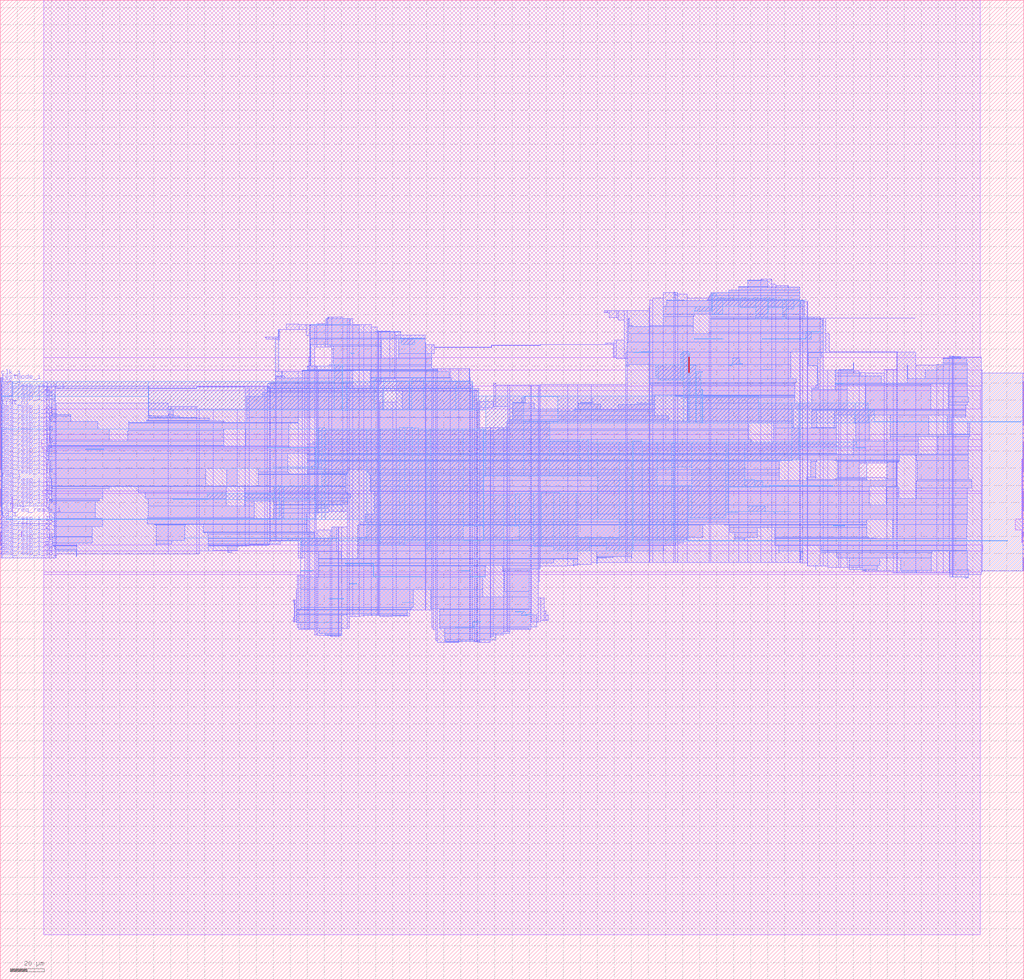
<source format=lef>
VERSION 5.8 ;
BUSBITCHARS "[]" ;
DIVIDERCHAR "/" ;
UNITS
    DATABASE MICRONS 1000 ;
END UNITS

MACRO dmi_jtag
  FOREIGN dmi_jtag 0 0 ;
  CLASS BLOCK ;
  SIZE 600 BY 574.56 ;
  PIN VDD
    USE POWER ;
    DIRECTION INOUT ;
  END VDD
  PIN VDDIO
    USE POWER ;
    DIRECTION INOUT ;
  END VDDIO
  PIN VSS
    USE GROUND ;
    DIRECTION INOUT ;
  END VSS
  PIN VSSIO
    USE GROUND ;
    DIRECTION INOUT ;
  END VSSIO
  PIN clk_i
    DIRECTION INPUT ;
    USE SIGNAL ;
    PORT
      LAYER Metal2 ;
        RECT  0 353.12 0.72 353.32 ;
    END
  END clk_i
  PIN dmi_req_o_0_
    DIRECTION OUTPUT ;
    USE SIGNAL ;
    PORT
      LAYER Metal2 ;
        RECT  599.28 242.24 600 242.44 ;
    END
  END dmi_req_o_0_
  PIN dmi_req_o_10_
    DIRECTION OUTPUT ;
    USE SIGNAL ;
    PORT
      LAYER Metal2 ;
        RECT  599.28 300.2 600 300.4 ;
    END
  END dmi_req_o_10_
  PIN dmi_req_o_11_
    DIRECTION OUTPUT ;
    USE SIGNAL ;
    PORT
      LAYER Metal2 ;
        RECT  599.28 297.68 600 297.88 ;
    END
  END dmi_req_o_11_
  PIN dmi_req_o_12_
    DIRECTION OUTPUT ;
    USE SIGNAL ;
    PORT
      LAYER Metal2 ;
        RECT  599.28 312.8 600 313 ;
    END
  END dmi_req_o_12_
  PIN dmi_req_o_13_
    DIRECTION OUTPUT ;
    USE SIGNAL ;
    PORT
      LAYER Metal2 ;
        RECT  599.28 355.64 600 355.84 ;
    END
  END dmi_req_o_13_
  PIN dmi_req_o_14_
    DIRECTION OUTPUT ;
    USE SIGNAL ;
    PORT
      LAYER Metal2 ;
        RECT  599.28 302.72 600 302.92 ;
    END
  END dmi_req_o_14_
  PIN dmi_req_o_15_
    DIRECTION OUTPUT ;
    USE SIGNAL ;
    PORT
      LAYER Metal2 ;
        RECT  599.28 290.12 600 290.32 ;
    END
  END dmi_req_o_15_
  PIN dmi_req_o_16_
    DIRECTION OUTPUT ;
    USE SIGNAL ;
    PORT
      LAYER Metal2 ;
        RECT  599.28 295.16 600 295.36 ;
    END
  END dmi_req_o_16_
  PIN dmi_req_o_17_
    DIRECTION OUTPUT ;
    USE SIGNAL ;
    PORT
      LAYER Metal2 ;
        RECT  599.28 345.56 600 345.76 ;
    END
  END dmi_req_o_17_
  PIN dmi_req_o_18_
    DIRECTION OUTPUT ;
    USE SIGNAL ;
    PORT
      LAYER Metal2 ;
        RECT  599.28 332.96 600 333.16 ;
    END
  END dmi_req_o_18_
  PIN dmi_req_o_19_
    DIRECTION OUTPUT ;
    USE SIGNAL ;
    PORT
      LAYER Metal2 ;
        RECT  599.28 282.56 600 282.76 ;
    END
  END dmi_req_o_19_
  PIN dmi_req_o_1_
    DIRECTION OUTPUT ;
    USE SIGNAL ;
    PORT
      LAYER Metal2 ;
        RECT  599.28 280.04 600 280.24 ;
    END
  END dmi_req_o_1_
  PIN dmi_req_o_20_
    DIRECTION OUTPUT ;
    USE SIGNAL ;
    PORT
      LAYER Metal2 ;
        RECT  599.28 277.52 600 277.72 ;
    END
  END dmi_req_o_20_
  PIN dmi_req_o_21_
    DIRECTION OUTPUT ;
    USE SIGNAL ;
    PORT
      LAYER Metal2 ;
        RECT  599.28 307.76 600 307.96 ;
    END
  END dmi_req_o_21_
  PIN dmi_req_o_22_
    DIRECTION OUTPUT ;
    USE SIGNAL ;
    PORT
      LAYER Metal2 ;
        RECT  599.28 335.48 600 335.68 ;
    END
  END dmi_req_o_22_
  PIN dmi_req_o_23_
    DIRECTION OUTPUT ;
    USE SIGNAL ;
    PORT
      LAYER Metal2 ;
        RECT  599.28 272.48 600 272.68 ;
    END
  END dmi_req_o_23_
  PIN dmi_req_o_24_
    DIRECTION OUTPUT ;
    USE SIGNAL ;
    PORT
      LAYER Metal2 ;
        RECT  599.28 269.96 600 270.16 ;
    END
  END dmi_req_o_24_
  PIN dmi_req_o_25_
    DIRECTION OUTPUT ;
    USE SIGNAL ;
    PORT
      LAYER Metal2 ;
        RECT  599.28 310.28 600 310.48 ;
    END
  END dmi_req_o_25_
  PIN dmi_req_o_26_
    DIRECTION OUTPUT ;
    USE SIGNAL ;
    PORT
      LAYER Metal2 ;
        RECT  599.28 267.44 600 267.64 ;
    END
  END dmi_req_o_26_
  PIN dmi_req_o_27_
    DIRECTION OUTPUT ;
    USE SIGNAL ;
    PORT
      LAYER Metal2 ;
        RECT  599.28 317.84 600 318.04 ;
    END
  END dmi_req_o_27_
  PIN dmi_req_o_28_
    DIRECTION OUTPUT ;
    USE SIGNAL ;
    PORT
      LAYER Metal2 ;
        RECT  599.28 338 600 338.2 ;
    END
  END dmi_req_o_28_
  PIN dmi_req_o_29_
    DIRECTION OUTPUT ;
    USE SIGNAL ;
    PORT
      LAYER Metal2 ;
        RECT  599.28 348.08 600 348.28 ;
    END
  END dmi_req_o_29_
  PIN dmi_req_o_2_
    DIRECTION OUTPUT ;
    USE SIGNAL ;
    PORT
      LAYER Metal2 ;
        RECT  599.28 285.08 600 285.28 ;
    END
  END dmi_req_o_2_
  PIN dmi_req_o_30_
    DIRECTION OUTPUT ;
    USE SIGNAL ;
    PORT
      LAYER Metal2 ;
        RECT  599.28 259.88 600 260.08 ;
    END
  END dmi_req_o_30_
  PIN dmi_req_o_31_
    DIRECTION OUTPUT ;
    USE SIGNAL ;
    PORT
      LAYER Metal2 ;
        RECT  599.28 275 600 275.2 ;
    END
  END dmi_req_o_31_
  PIN dmi_req_o_32_
    DIRECTION OUTPUT ;
    USE SIGNAL ;
    PORT
      LAYER Metal2 ;
        RECT  599.28 315.32 600 315.52 ;
    END
  END dmi_req_o_32_
  PIN dmi_req_o_33_
    DIRECTION OUTPUT ;
    USE SIGNAL ;
    PORT
      LAYER Metal2 ;
        RECT  599.28 353.12 600 353.32 ;
    END
  END dmi_req_o_33_
  PIN dmi_req_o_34_
    DIRECTION OUTPUT ;
    USE SIGNAL ;
    PORT
      LAYER Metal2 ;
        RECT  599.28 254.84 600 255.04 ;
    END
  END dmi_req_o_34_
  PIN dmi_req_o_35_
    DIRECTION OUTPUT ;
    USE SIGNAL ;
    PORT
      LAYER Metal2 ;
        RECT  599.28 264.92 600 265.12 ;
    END
  END dmi_req_o_35_
  PIN dmi_req_o_36_
    DIRECTION OUTPUT ;
    USE SIGNAL ;
    PORT
      LAYER Metal2 ;
        RECT  599.28 340.52 600 340.72 ;
    END
  END dmi_req_o_36_
  PIN dmi_req_o_37_
    DIRECTION OUTPUT ;
    USE SIGNAL ;
    PORT
      LAYER Metal2 ;
        RECT  599.28 292.64 600 292.84 ;
    END
  END dmi_req_o_37_
  PIN dmi_req_o_38_
    DIRECTION OUTPUT ;
    USE SIGNAL ;
    PORT
      LAYER Metal2 ;
        RECT  599.28 252.32 600 252.52 ;
    END
  END dmi_req_o_38_
  PIN dmi_req_o_39_
    DIRECTION OUTPUT ;
    USE SIGNAL ;
    PORT
      LAYER Metal2 ;
        RECT  599.28 320.36 600 320.56 ;
    END
  END dmi_req_o_39_
  PIN dmi_req_o_3_
    DIRECTION OUTPUT ;
    USE SIGNAL ;
    PORT
      LAYER Metal2 ;
        RECT  599.28 322.88 600 323.08 ;
    END
  END dmi_req_o_3_
  PIN dmi_req_o_40_
    DIRECTION OUTPUT ;
    USE SIGNAL ;
    PORT
      LAYER Metal2 ;
        RECT  599.28 325.4 600 325.6 ;
    END
  END dmi_req_o_40_
  PIN dmi_req_o_4_
    DIRECTION OUTPUT ;
    USE SIGNAL ;
    PORT
      LAYER Metal2 ;
        RECT  599.28 247.28 600 247.48 ;
    END
  END dmi_req_o_4_
  PIN dmi_req_o_5_
    DIRECTION OUTPUT ;
    USE SIGNAL ;
    PORT
      LAYER Metal2 ;
        RECT  599.28 262.4 600 262.6 ;
    END
  END dmi_req_o_5_
  PIN dmi_req_o_6_
    DIRECTION OUTPUT ;
    USE SIGNAL ;
    PORT
      LAYER Metal2 ;
        RECT  599.28 330.44 600 330.64 ;
    END
  END dmi_req_o_6_
  PIN dmi_req_o_7_
    DIRECTION OUTPUT ;
    USE SIGNAL ;
    PORT
      LAYER Metal2 ;
        RECT  599.28 350.6 600 350.8 ;
    END
  END dmi_req_o_7_
  PIN dmi_req_o_8_
    DIRECTION OUTPUT ;
    USE SIGNAL ;
    PORT
      LAYER Metal2 ;
        RECT  599.28 244.76 600 244.96 ;
    END
  END dmi_req_o_8_
  PIN dmi_req_o_9_
    DIRECTION OUTPUT ;
    USE SIGNAL ;
    PORT
      LAYER Metal2 ;
        RECT  599.28 305.24 600 305.44 ;
    END
  END dmi_req_o_9_
  PIN dmi_req_ready_i
    DIRECTION INPUT ;
    USE SIGNAL ;
    PORT
      LAYER Metal2 ;
        RECT  0 272.48 0.72 272.68 ;
    END
  END dmi_req_ready_i
  PIN dmi_req_valid_o
    DIRECTION OUTPUT ;
    USE SIGNAL ;
    PORT
      LAYER Metal2 ;
        RECT  599.28 343.04 600 343.24 ;
    END
  END dmi_req_valid_o
  PIN dmi_resp_i_0_
    DIRECTION INPUT ;
    USE SIGNAL ;
    PORT
      LAYER Metal2 ;
        RECT  0 302.72 0.72 302.92 ;
    END
  END dmi_resp_i_0_
  PIN dmi_resp_i_10_
    DIRECTION INPUT ;
    USE SIGNAL ;
    PORT
      LAYER Metal2 ;
        RECT  0 257.36 0.72 257.56 ;
    END
  END dmi_resp_i_10_
  PIN dmi_resp_i_11_
    DIRECTION INPUT ;
    USE SIGNAL ;
    PORT
      LAYER Metal2 ;
        RECT  0 287.6 0.72 287.8 ;
    END
  END dmi_resp_i_11_
  PIN dmi_resp_i_12_
    DIRECTION INPUT ;
    USE SIGNAL ;
    PORT
      LAYER Metal2 ;
        RECT  0 307.76 0.72 307.96 ;
    END
  END dmi_resp_i_12_
  PIN dmi_resp_i_13_
    DIRECTION INPUT ;
    USE SIGNAL ;
    PORT
      LAYER Metal2 ;
        RECT  0 247.28 0.72 247.48 ;
    END
  END dmi_resp_i_13_
  PIN dmi_resp_i_14_
    DIRECTION INPUT ;
    USE SIGNAL ;
    PORT
      LAYER Metal2 ;
        RECT  0 295.16 0.72 295.36 ;
    END
  END dmi_resp_i_14_
  PIN dmi_resp_i_15_
    DIRECTION INPUT ;
    USE SIGNAL ;
    PORT
      LAYER Metal2 ;
        RECT  0 312.8 0.72 313 ;
    END
  END dmi_resp_i_15_
  PIN dmi_resp_i_16_
    DIRECTION INPUT ;
    USE SIGNAL ;
    PORT
      LAYER Metal2 ;
        RECT  0 315.32 0.72 315.52 ;
    END
  END dmi_resp_i_16_
  PIN dmi_resp_i_17_
    DIRECTION INPUT ;
    USE SIGNAL ;
    PORT
      LAYER Metal2 ;
        RECT  0 317.84 0.72 318.04 ;
    END
  END dmi_resp_i_17_
  PIN dmi_resp_i_18_
    DIRECTION INPUT ;
    USE SIGNAL ;
    PORT
      LAYER Metal2 ;
        RECT  0 267.44 0.72 267.64 ;
    END
  END dmi_resp_i_18_
  PIN dmi_resp_i_19_
    DIRECTION INPUT ;
    USE SIGNAL ;
    PORT
      LAYER Metal2 ;
        RECT  0 277.52 0.72 277.72 ;
    END
  END dmi_resp_i_19_
  PIN dmi_resp_i_1_
    DIRECTION INPUT ;
    USE SIGNAL ;
    PORT
      LAYER Metal2 ;
        RECT  0 297.68 0.72 297.88 ;
    END
  END dmi_resp_i_1_
  PIN dmi_resp_i_20_
    DIRECTION INPUT ;
    USE SIGNAL ;
    PORT
      LAYER Metal2 ;
        RECT  0 325.4 0.72 325.6 ;
    END
  END dmi_resp_i_20_
  PIN dmi_resp_i_21_
    DIRECTION INPUT ;
    USE SIGNAL ;
    PORT
      LAYER Metal2 ;
        RECT  0 290.12 0.72 290.32 ;
    END
  END dmi_resp_i_21_
  PIN dmi_resp_i_22_
    DIRECTION INPUT ;
    USE SIGNAL ;
    PORT
      LAYER Metal2 ;
        RECT  0 264.92 0.72 265.12 ;
    END
  END dmi_resp_i_22_
  PIN dmi_resp_i_23_
    DIRECTION INPUT ;
    USE SIGNAL ;
    PORT
      LAYER Metal2 ;
        RECT  0 330.44 0.72 330.64 ;
    END
  END dmi_resp_i_23_
  PIN dmi_resp_i_24_
    DIRECTION INPUT ;
    USE SIGNAL ;
    PORT
      LAYER Metal2 ;
        RECT  0 332.96 0.72 333.16 ;
    END
  END dmi_resp_i_24_
  PIN dmi_resp_i_25_
    DIRECTION INPUT ;
    USE SIGNAL ;
    PORT
      LAYER Metal2 ;
        RECT  0 254.84 0.72 255.04 ;
    END
  END dmi_resp_i_25_
  PIN dmi_resp_i_26_
    DIRECTION INPUT ;
    USE SIGNAL ;
    PORT
      LAYER Metal2 ;
        RECT  0 320.36 0.72 320.56 ;
    END
  END dmi_resp_i_26_
  PIN dmi_resp_i_27_
    DIRECTION INPUT ;
    USE SIGNAL ;
    PORT
      LAYER Metal2 ;
        RECT  0 338 0.72 338.2 ;
    END
  END dmi_resp_i_27_
  PIN dmi_resp_i_28_
    DIRECTION INPUT ;
    USE SIGNAL ;
    PORT
      LAYER Metal2 ;
        RECT  0 327.92 0.72 328.12 ;
    END
  END dmi_resp_i_28_
  PIN dmi_resp_i_29_
    DIRECTION INPUT ;
    USE SIGNAL ;
    PORT
      LAYER Metal2 ;
        RECT  0 285.08 0.72 285.28 ;
    END
  END dmi_resp_i_29_
  PIN dmi_resp_i_2_
    DIRECTION INPUT ;
    USE SIGNAL ;
    PORT
      LAYER Metal2 ;
        RECT  0 262.4 0.72 262.6 ;
    END
  END dmi_resp_i_2_
  PIN dmi_resp_i_30_
    DIRECTION INPUT ;
    USE SIGNAL ;
    PORT
      LAYER Metal2 ;
        RECT  0 249.8 0.72 250 ;
    END
  END dmi_resp_i_30_
  PIN dmi_resp_i_31_
    DIRECTION INPUT ;
    USE SIGNAL ;
    PORT
      LAYER Metal2 ;
        RECT  0 310.28 0.72 310.48 ;
    END
  END dmi_resp_i_31_
  PIN dmi_resp_i_32_
    DIRECTION INPUT ;
    USE SIGNAL ;
    PORT
      LAYER Metal2 ;
        RECT  0 282.56 0.72 282.76 ;
    END
  END dmi_resp_i_32_
  PIN dmi_resp_i_33_
    DIRECTION INPUT ;
    USE SIGNAL ;
    PORT
      LAYER Metal2 ;
        RECT  0 340.52 0.72 340.72 ;
    END
  END dmi_resp_i_33_
  PIN dmi_resp_i_3_
    DIRECTION INPUT ;
    USE SIGNAL ;
    PORT
      LAYER Metal2 ;
        RECT  0 300.2 0.72 300.4 ;
    END
  END dmi_resp_i_3_
  PIN dmi_resp_i_4_
    DIRECTION INPUT ;
    USE SIGNAL ;
    PORT
      LAYER Metal2 ;
        RECT  0 343.04 0.72 343.24 ;
    END
  END dmi_resp_i_4_
  PIN dmi_resp_i_5_
    DIRECTION INPUT ;
    USE SIGNAL ;
    PORT
      LAYER Metal2 ;
        RECT  0 280.04 0.72 280.24 ;
    END
  END dmi_resp_i_5_
  PIN dmi_resp_i_6_
    DIRECTION INPUT ;
    USE SIGNAL ;
    PORT
      LAYER Metal2 ;
        RECT  0 322.88 0.72 323.08 ;
    END
  END dmi_resp_i_6_
  PIN dmi_resp_i_7_
    DIRECTION INPUT ;
    USE SIGNAL ;
    PORT
      LAYER Metal2 ;
        RECT  0 259.88 0.72 260.08 ;
    END
  END dmi_resp_i_7_
  PIN dmi_resp_i_8_
    DIRECTION INPUT ;
    USE SIGNAL ;
    PORT
      LAYER Metal2 ;
        RECT  0 305.24 0.72 305.44 ;
    END
  END dmi_resp_i_8_
  PIN dmi_resp_i_9_
    DIRECTION INPUT ;
    USE SIGNAL ;
    PORT
      LAYER Metal2 ;
        RECT  0 252.32 0.72 252.52 ;
    END
  END dmi_resp_i_9_
  PIN dmi_resp_ready_o
    DIRECTION OUTPUT ;
    USE SIGNAL ;
    PORT
      LAYER Metal2 ;
        RECT  599.28 257.36 600 257.56 ;
    END
  END dmi_resp_ready_o
  PIN dmi_resp_valid_i
    DIRECTION INPUT ;
    USE SIGNAL ;
    PORT
      LAYER Metal2 ;
        RECT  0 345.56 0.72 345.76 ;
    END
  END dmi_resp_valid_i
  PIN dmi_rst_no
    DIRECTION OUTPUT ;
    USE SIGNAL ;
    PORT
      LAYER Metal2 ;
        RECT  599.28 287.6 600 287.8 ;
    END
  END dmi_rst_no
  PIN rst_ni
    DIRECTION INPUT ;
    USE SIGNAL ;
    PORT
      LAYER Metal2 ;
        RECT  0 275 0.72 275.2 ;
    END
  END rst_ni
  PIN tck_i
    DIRECTION INPUT ;
    USE SIGNAL ;
    PORT
      LAYER Metal2 ;
        RECT  0 348.08 0.72 348.28 ;
    END
  END tck_i
  PIN td_i
    DIRECTION INPUT ;
    USE SIGNAL ;
    PORT
      LAYER Metal2 ;
        RECT  0 269.96 0.72 270.16 ;
    END
  END td_i
  PIN td_o
    DIRECTION OUTPUT ;
    USE SIGNAL ;
    PORT
      LAYER Metal2 ;
        RECT  599.28 249.8 600 250 ;
    END
  END td_o
  PIN tdo_oe_o
    DIRECTION OUTPUT ;
    USE SIGNAL ;
    PORT
      LAYER Metal2 ;
        RECT  599.28 327.92 600 328.12 ;
    END
  END tdo_oe_o
  PIN testmode_i
    DIRECTION INPUT ;
    USE SIGNAL ;
    PORT
      LAYER Metal2 ;
        RECT  0 350.6 0.72 350.8 ;
    END
  END testmode_i
  PIN tms_i
    DIRECTION INPUT ;
    USE SIGNAL ;
    PORT
      LAYER Metal2 ;
        RECT  0 292.64 0.72 292.84 ;
    END
  END tms_i
  PIN trst_ni
    DIRECTION INPUT ;
    USE SIGNAL ;
    PORT
      LAYER Metal2 ;
        RECT  0 335.48 0.72 335.68 ;
    END
  END trst_ni
  OBS
    LAYER Metal1 ;
     RECT  25.44 26.24 574.56 237.64 ;
     RECT  25.44 237.64 575.12 239.32 ;
     RECT  25.44 239.32 575.6 251.5 ;
     RECT  25.44 251.5 576.08 255.02 ;
     RECT  12.4 259.9 12.56 262.58 ;
     RECT  598.96 256.12 599.12 263.68 ;
     RECT  595.12 263.68 599.12 270.14 ;
     RECT  7.12 275.02 7.28 283.16 ;
     RECT  25.44 255.02 575.6 285.1 ;
     RECT  24.88 285.1 575.6 286.52 ;
     RECT  598.96 270.14 599.12 305.42 ;
     RECT  25.44 286.52 575.6 310.72 ;
     RECT  24.88 310.72 575.6 312.82 ;
     RECT  23.92 312.82 575.6 316.76 ;
     RECT  25.44 316.76 575.6 319.7 ;
     RECT  25.44 319.7 575.12 334.82 ;
     RECT  25.44 334.82 574.56 345.58 ;
     RECT  25.44 345.58 575.12 348.1 ;
     RECT  25.44 348.1 575.6 357.5 ;
     RECT  25.44 357.5 575.12 365.06 ;
     RECT  25.44 365.06 574.56 574.78 ;
    LAYER Metal2 ;
     RECT  0.38 255.26 0.48 262.18 ;
     RECT  0.38 277.94 0.48 287.38 ;
     RECT  0.38 298.94 0.48 330.22 ;
     RECT  0.38 345.98 0.48 352.9 ;
     RECT  0.48 247.28 1.06 353.32 ;
     RECT  1.06 247.28 7.3 350.8 ;
     RECT  7.3 277.94 27.26 348.28 ;
     RECT  7.3 247.28 28.7 267.64 ;
     RECT  27.26 277.1 28.7 348.28 ;
     RECT  28.7 247.28 32.26 348.28 ;
     RECT  32.26 247.28 32.74 338.2 ;
     RECT  32.26 346.82 86.98 348.28 ;
     RECT  32.74 249.8 98.5 338.2 ;
     RECT  86.98 346.82 115.1 347.02 ;
     RECT  98.5 249.8 115.3 336.1 ;
     RECT  115.1 346.82 115.3 347.86 ;
     RECT  115.3 249.8 116.74 334.84 ;
     RECT  116.74 251.48 124.9 334.84 ;
     RECT  124.9 251.9 138.82 334.84 ;
     RECT  138.82 254.42 143.675 334.84 ;
     RECT  115.3 347.66 143.675 347.86 ;
     RECT  143.675 254.42 146.02 347.86 ;
     RECT  146.02 255.26 154.94 347.86 ;
     RECT  155.305 376.625 155.8 376.855 ;
     RECT  154.94 254.84 156.46 347.86 ;
     RECT  156.46 255.26 158.02 347.86 ;
     RECT  158.02 257.78 158.3 347.86 ;
     RECT  158.3 257.78 161.1 350.38 ;
     RECT  161.1 257.78 161.875 352.9 ;
     RECT  155.8 375.79 163.1 376.855 ;
     RECT  163.1 375.38 163.78 381.46 ;
     RECT  161.875 257.78 165.02 353.74 ;
     RECT  163.78 381.26 167.785 381.46 ;
     RECT  171.74 209.9 172.22 212.62 ;
     RECT  171.74 221.24 172.22 222.7 ;
     RECT  172.22 209.9 172.64 222.7 ;
     RECT  172.64 209.865 173.66 222.7 ;
     RECT  173.66 209.48 174.14 228.58 ;
     RECT  165.02 257.78 174.62 356.68 ;
     RECT  174.14 206.54 175.04 236.98 ;
     RECT  167.785 381.26 175.235 384.415 ;
     RECT  174.62 247.28 176.94 356.68 ;
     RECT  175.04 205.53 178.46 236.98 ;
     RECT  176.94 247.28 178.46 357.52 ;
     RECT  175.235 381.26 179.42 384.4 ;
     RECT  178.46 205.53 179.9 357.52 ;
     RECT  179.9 205.53 180.86 360.04 ;
     RECT  180.86 205.53 181.34 365.08 ;
     RECT  179.42 377.9 181.34 384.4 ;
     RECT  181.34 205.53 184.22 384.4 ;
     RECT  184.22 202.34 184.42 384.4 ;
     RECT  184.42 202.34 185.12 360.04 ;
     RECT  185.12 202.305 185.38 360.04 ;
     RECT  184.42 371.18 185.66 384.4 ;
     RECT  185.38 273.74 185.86 360.04 ;
     RECT  185.38 202.305 186.14 263.86 ;
     RECT  185.86 273.74 186.34 357.94 ;
     RECT  185.66 371.18 190.885 384.82 ;
     RECT  190.885 371.18 191.9 387.76 ;
     RECT  186.34 274.16 192.58 357.94 ;
     RECT  186.14 201.92 193.34 263.86 ;
     RECT  193.34 201.5 194.3 263.86 ;
     RECT  192.58 274.58 194.3 357.94 ;
     RECT  191.9 371.18 194.3 388.6 ;
     RECT  194.3 201.5 198.14 265.54 ;
     RECT  198.14 201.08 198.34 265.54 ;
     RECT  198.34 201.92 200.26 265.54 ;
     RECT  194.3 274.58 200.74 388.6 ;
     RECT  200.26 206.12 203.42 265.54 ;
     RECT  200.74 274.58 203.42 387.76 ;
     RECT  203.42 206.12 204.58 387.76 ;
     RECT  204.58 213.09 206.605 387.76 ;
     RECT  206.605 213.09 210.325 384.15 ;
     RECT  210.325 213.26 213.22 384.15 ;
     RECT  213.22 213.68 217.525 384.15 ;
     RECT  217.525 213.68 220.9 382.72 ;
     RECT  220.9 213.68 221.61 380.62 ;
     RECT  221.61 213.68 221.86 380.54 ;
     RECT  221.86 213.68 222.56 338.79 ;
     RECT  221.86 349.34 223.05 380.54 ;
     RECT  223.05 352.28 228.4 380.54 ;
     RECT  222.56 213.09 230.005 338.79 ;
     RECT  228.4 352.28 231.21 380.045 ;
     RECT  230.005 213.26 232.22 338.79 ;
     RECT  231.21 352.28 232.22 378.1 ;
     RECT  232.22 213.26 240.1 378.1 ;
     RECT  240.1 217.04 249.22 378.1 ;
     RECT  249.22 217.04 249.34 373.48 ;
     RECT  249.34 217.04 252.86 372.64 ;
     RECT  252.86 206.54 253.06 372.64 ;
     RECT  253.06 206.54 253.76 358.36 ;
     RECT  253.06 367.4 254.5 372.64 ;
     RECT  253.76 205.53 255.26 358.36 ;
     RECT  255.26 198.98 256.16 358.36 ;
     RECT  256.16 197.97 263.9 358.36 ;
     RECT  263.9 197.72 268.9 358.36 ;
     RECT  268.9 198.56 275.14 358.36 ;
     RECT  275.14 198.56 275.62 353.32 ;
     RECT  275.62 198.56 276.58 349.12 ;
     RECT  276.58 198.56 278.06 345.76 ;
     RECT  278.06 198.14 279.46 345.76 ;
     RECT  279.46 198.14 279.68 339.04 ;
     RECT  279.68 197.97 281.13 339.04 ;
     RECT  281.13 197.97 287.125 323.92 ;
     RECT  287.125 201.08 287.62 323.92 ;
     RECT  254.5 370.76 287.9 370.96 ;
     RECT  287.9 370.76 288.1 372.22 ;
     RECT  287.62 201.5 289.06 323.92 ;
     RECT  281.13 335.48 289.06 339.04 ;
     RECT  289.06 336.32 289.34 339.04 ;
     RECT  288.86 348.5 289.34 348.7 ;
     RECT  289.34 336.32 290.5 349.96 ;
     RECT  289.06 202.34 295.285 323.92 ;
     RECT  295.285 204.44 296.94 323.92 ;
     RECT  296.94 204.44 297.5 327.7 ;
     RECT  290.5 336.32 297.5 348.7 ;
     RECT  297.5 204.44 298.66 348.7 ;
     RECT  298.66 205.53 311.125 348.7 ;
     RECT  311.125 209.48 311.14 348.7 ;
     RECT  311.14 209.9 315.445 348.7 ;
     RECT  315.445 233.42 315.94 348.7 ;
     RECT  315.94 240.98 316.42 348.7 ;
     RECT  316.42 242.66 316.7 348.7 ;
     RECT  288.1 372.02 316.7 372.22 ;
     RECT  315.445 209.9 316.885 223.96 ;
     RECT  316.7 372.02 316.9 372.64 ;
     RECT  316.885 210.74 318.82 223.96 ;
     RECT  318.82 210.74 319.78 216.4 ;
     RECT  319.78 210.74 321.22 213.88 ;
     RECT  316.7 242.66 332.74 349.12 ;
     RECT  332.74 243.08 338.5 349.12 ;
     RECT  338.5 243.5 346.41 349.12 ;
     RECT  316.9 372.44 354.62 372.64 ;
     RECT  354.14 391.34 355.04 392.38 ;
     RECT  355.04 391.305 356.06 392.38 ;
     RECT  356.06 390.92 357.02 392.38 ;
     RECT  354.62 372.44 359.42 373.48 ;
     RECT  359.42 365.3 359.9 373.48 ;
     RECT  359.9 365.3 361.075 375.16 ;
     RECT  357.02 388.4 361.34 392.38 ;
     RECT  361.34 387.98 362.24 392.38 ;
     RECT  361.075 364.46 365.66 375.16 ;
     RECT  362.24 386.97 365.66 392.38 ;
     RECT  346.41 244.76 366.62 349.12 ;
     RECT  366.62 244.76 367.58 352.9 ;
     RECT  365.66 364.46 367.58 392.38 ;
     RECT  367.58 244.76 380.54 392.38 ;
     RECT  380.54 244.76 380.795 394.9 ;
     RECT  380.795 244.76 382.46 398.68 ;
     RECT  382.46 244.76 388.7 399.94 ;
     RECT  388.7 244.76 394.885 402.88 ;
     RECT  394.885 244.76 395.62 403.3 ;
     RECT  395.62 244.76 397.06 402.88 ;
     RECT  397.06 244.76 402.82 402.04 ;
     RECT  402.82 244.76 415.58 399.94 ;
     RECT  415.58 244.76 416.54 401.2 ;
     RECT  416.54 244.76 427.1 402.88 ;
     RECT  427.1 244.76 432.86 404.56 ;
     RECT  432.86 244.76 438.14 406.66 ;
     RECT  438.14 244.76 445.82 410.44 ;
     RECT  445.82 244.76 452.26 410.86 ;
     RECT  452.26 244.76 454.66 407.92 ;
     RECT  454.66 244.76 461.86 407.08 ;
     RECT  461.86 244.76 468.58 406.24 ;
     RECT  468.58 244.76 468.86 398.68 ;
     RECT  468.86 244.34 470.5 398.68 ;
     RECT  470.5 244.34 473.18 397.84 ;
     RECT  473.18 242.66 473.38 397.84 ;
     RECT  473.38 242.66 480.58 388.6 ;
     RECT  480.58 242.66 482.5 388.18 ;
     RECT  482.5 367.82 483.94 388.18 ;
     RECT  482.5 242.66 485.18 357.52 ;
     RECT  483.94 367.82 485.86 378.94 ;
     RECT  485.18 241.82 491.42 357.52 ;
     RECT  491.42 241.82 492.58 357.94 ;
     RECT  492.58 241.82 496.45 357.135 ;
     RECT  496.45 241.82 503.605 357.1 ;
     RECT  503.605 241.82 503.62 356.26 ;
     RECT  503.62 241.82 505.34 294.52 ;
     RECT  503.62 303.14 506.98 356.26 ;
     RECT  506.98 303.14 518.3 355.84 ;
     RECT  505.34 239.72 519.66 294.52 ;
     RECT  518.3 303.14 519.66 357.94 ;
     RECT  519.66 239.72 523.58 357.94 ;
     RECT  523.58 238.46 525.5 357.94 ;
     RECT  485.86 367.82 525.5 368.44 ;
     RECT  525.5 238.46 525.7 368.44 ;
     RECT  483.94 387.98 536.26 388.18 ;
     RECT  525.7 238.46 536.74 368.02 ;
     RECT  536.74 238.46 549.02 360.46 ;
     RECT  549.02 238.46 552.86 360.88 ;
     RECT  552.86 238.46 556.22 364.66 ;
     RECT  556.22 238.46 558.14 365.92 ;
     RECT  558.14 236.36 558.34 365.92 ;
     RECT  558.34 237.62 558.82 365.92 ;
     RECT  558.82 237.62 575.14 365.08 ;
     RECT  575.14 239.3 575.62 357.52 ;
     RECT  575.62 239.72 599.52 355.84 ;
     RECT  599.52 239.72 599.62 247.06 ;
     RECT  599.52 260.3 599.62 262.18 ;
     RECT  599.52 275.42 599.62 286.54 ;
     RECT  599.52 298.1 599.62 315.1 ;
     RECT  599.52 325.82 599.62 350.38 ;
    LAYER Metal3 ;
     RECT  261.5 198.14 269.38 198.56 ;
     RECT  280.7 198.14 280.9 198.56 ;
     RECT  260.54 198.56 280.9 199.4 ;
     RECT  193.34 201.5 193.54 201.92 ;
     RECT  191.42 201.92 200.26 202.34 ;
     RECT  190.46 202.34 200.26 203.18 ;
     RECT  260.54 199.4 290.5 203.18 ;
     RECT  187.1 203.18 200.26 206.12 ;
     RECT  260.54 203.18 298.66 206.12 ;
     RECT  309.5 205.7 309.7 206.12 ;
     RECT  257.66 206.12 309.7 206.96 ;
     RECT  176.06 206.12 200.26 209.48 ;
     RECT  213.02 213.26 213.22 213.68 ;
     RECT  231.26 213.26 235.3 213.68 ;
     RECT  257.66 206.96 314.5 213.88 ;
     RECT  173.66 209.48 200.26 214.1 ;
     RECT  173.66 214.1 203.14 214.52 ;
     RECT  213.02 213.68 238.66 214.52 ;
     RECT  173.66 214.52 238.66 217.04 ;
     RECT  173.66 217.04 241.06 217.24 ;
     RECT  257.66 213.88 311.14 217.24 ;
     RECT  257.66 217.24 310.18 217.46 ;
     RECT  176.06 217.24 241.06 218.3 ;
     RECT  252.38 217.46 310.18 224.38 ;
     RECT  295.1 224.38 310.18 227.74 ;
     RECT  176.06 218.3 242.02 228.8 ;
     RECT  252.38 224.38 282.82 228.8 ;
     RECT  176.06 228.8 282.82 236.14 ;
     RECT  186.62 236.14 282.82 236.36 ;
     RECT  565.34 235.52 567.46 236.36 ;
     RECT  537.02 238.88 537.22 239.3 ;
     RECT  295.58 227.74 310.18 239.72 ;
     RECT  507.26 239.3 507.46 239.72 ;
     RECT  506.78 239.72 507.46 240.14 ;
     RECT  528.38 239.3 537.22 240.14 ;
     RECT  556.7 236.36 567.46 240.34 ;
     RECT  506.3 240.14 507.46 240.56 ;
     RECT  294.62 239.72 310.18 240.98 ;
     RECT  186.62 236.36 284.26 242.66 ;
     RECT  186.62 242.66 284.74 243.08 ;
     RECT  294.62 240.98 316.42 243.08 ;
     RECT  497.66 240.56 514.18 243.08 ;
     RECT  335.9 242.66 336.1 243.5 ;
     RECT  477.98 240.56 478.18 243.7 ;
     RECT  186.62 243.08 316.42 244.34 ;
     RECT  186.62 244.34 324.58 246.86 ;
     RECT  335.9 243.5 338.5 246.86 ;
     RECT  186.62 246.86 338.5 247.06 ;
     RECT  349.82 243.92 350.02 247.28 ;
     RECT  497.66 243.08 515.62 247.28 ;
     RECT  527.9 240.14 545.86 247.28 ;
     RECT  349.82 247.28 355.3 247.7 ;
     RECT  349.82 247.7 359.14 248.12 ;
     RECT  369.98 247.28 370.18 248.12 ;
     RECT  490.46 247.28 545.86 250.64 ;
     RECT  176.06 236.14 176.26 251.06 ;
     RECT  186.62 247.06 199.78 251.06 ;
     RECT  469.34 246.44 470.5 251.06 ;
     RECT  176.06 251.06 199.78 251.26 ;
     RECT  44.54 248.12 44.74 251.48 ;
     RECT  209.66 247.06 338.5 251.48 ;
     RECT  349.82 248.12 370.18 251.48 ;
     RECT  381.5 251.06 381.7 251.48 ;
     RECT  456.38 250.64 456.58 251.48 ;
     RECT  468.38 251.06 470.5 251.48 ;
     RECT  481.34 250.64 546.34 251.48 ;
     RECT  556.7 240.34 566.98 251.48 ;
     RECT  481.34 251.48 566.98 251.68 ;
     RECT  133.34 250.64 135.46 251.9 ;
     RECT  33.98 251.48 44.74 252.32 ;
     RECT  32.06 252.32 44.74 254.42 ;
     RECT  121.82 251.48 122.02 254.42 ;
     RECT  133.34 251.9 138.82 254.42 ;
     RECT  31.1 254.42 44.74 254.84 ;
     RECT  121.82 254.42 143.62 254.84 ;
     RECT  209.66 251.48 388.9 254.84 ;
     RECT  456.38 251.48 470.5 254.84 ;
     RECT  481.34 251.68 566.5 254.84 ;
     RECT  91.58 254.84 91.78 255.68 ;
     RECT  121.82 254.84 157.06 255.68 ;
     RECT  30.62 254.84 44.74 256.1 ;
     RECT  209.66 254.84 396.1 256.1 ;
     RECT  121.82 255.68 164.26 257.36 ;
     RECT  176.06 251.26 197.38 257.36 ;
     RECT  91.58 255.68 100.42 257.78 ;
     RECT  209.66 256.1 400.42 258.2 ;
     RECT  436.22 257.78 436.42 258.62 ;
     RECT  121.82 257.36 197.38 258.82 ;
     RECT  453.98 254.84 566.5 258.82 ;
     RECT  453.98 258.82 513.22 259.24 ;
     RECT  209.66 258.2 402.34 259.46 ;
     RECT  430.46 258.62 436.42 259.46 ;
     RECT  30.62 256.1 53.86 259.66 ;
     RECT  453.98 259.24 508.9 259.66 ;
     RECT  31.1 259.66 53.86 260.08 ;
     RECT  121.82 258.82 183.94 261.56 ;
     RECT  121.34 261.56 183.94 262.4 ;
     RECT  430.46 259.46 443.62 262.4 ;
     RECT  118.94 262.4 183.94 262.6 ;
     RECT  427.58 262.4 443.62 265.34 ;
     RECT  453.98 259.66 507.94 265.34 ;
     RECT  194.3 258.82 197.38 265.54 ;
     RECT  31.58 260.08 53.86 265.76 ;
     RECT  91.58 257.78 108.1 266.6 ;
     RECT  209.66 259.46 411.94 266.6 ;
     RECT  427.58 265.34 507.94 266.6 ;
     RECT  209.66 266.6 412.9 266.8 ;
     RECT  90.62 266.6 109.06 267.02 ;
     RECT  118.94 262.6 179.62 267.02 ;
     RECT  211.1 266.8 412.9 267.02 ;
     RECT  424.7 266.6 507.94 267.02 ;
     RECT  523.1 258.82 566.5 267.02 ;
     RECT  90.62 267.02 179.62 267.44 ;
     RECT  211.1 267.02 507.94 268.48 ;
     RECT  213.98 268.48 507.94 269.96 ;
     RECT  523.1 267.02 566.98 269.96 ;
     RECT  31.58 265.76 60.1 270.58 ;
     RECT  86.3 267.44 179.62 270.58 ;
     RECT  86.3 270.58 148.9 271 ;
     RECT  213.98 269.96 566.98 273.1 ;
     RECT  160.22 270.58 179.62 273.74 ;
     RECT  31.58 270.58 55.78 274.16 ;
     RECT  160.22 273.74 186.34 276.26 ;
     RECT  86.78 271 148.9 277.72 ;
     RECT  160.22 276.26 191.62 278.36 ;
     RECT  219.26 273.1 566.98 278.56 ;
     RECT  160.22 278.36 200.74 278.78 ;
     RECT  28.7 274.16 55.78 280.88 ;
     RECT  143.42 277.72 148.9 280.88 ;
     RECT  160.22 278.78 203.62 280.88 ;
     RECT  28.7 280.88 58.18 281.5 ;
     RECT  30.14 281.5 58.18 282.14 ;
     RECT  86.78 277.72 132.58 282.14 ;
     RECT  519.26 278.56 566.98 282.34 ;
     RECT  143.42 280.88 203.62 282.56 ;
     RECT  143.42 282.56 205.54 284.86 ;
     RECT  143.42 284.86 203.62 285.7 ;
     RECT  84.86 282.14 132.58 285.92 ;
     RECT  219.26 278.56 509.38 286.34 ;
     RECT  30.14 282.14 60.1 288.02 ;
     RECT  537.02 282.34 566.98 288.44 ;
     RECT  519.26 282.34 526.66 289.06 ;
     RECT  30.14 288.02 63.94 289.28 ;
     RECT  81.02 285.92 132.58 289.28 ;
     RECT  143.42 285.7 202.66 289.28 ;
     RECT  216.86 286.34 509.38 289.28 ;
     RECT  519.26 289.06 525.22 289.28 ;
     RECT  30.14 289.28 202.66 289.48 ;
     RECT  537.02 288.44 569.38 292.42 ;
     RECT  216.86 289.28 525.22 292.84 ;
     RECT  472.7 292.84 507.94 293.26 ;
     RECT  537.5 292.42 569.38 293.26 ;
     RECT  518.78 292.84 525.22 293.68 ;
     RECT  30.14 289.48 120.58 293.9 ;
     RECT  489.5 293.26 507.94 294.1 ;
     RECT  490.46 294.1 507.94 294.52 ;
     RECT  472.7 293.26 478.18 294.94 ;
     RECT  216.86 292.84 456.58 296 ;
     RECT  151.1 289.48 202.66 296.42 ;
     RECT  151.1 296.42 203.14 296.62 ;
     RECT  179.9 296.62 203.14 296.84 ;
     RECT  216.38 296 456.58 297.26 ;
     RECT  179.9 296.84 203.62 297.68 ;
     RECT  151.1 296.62 169.06 297.88 ;
     RECT  179.9 297.68 204.1 299.36 ;
     RECT  215.42 297.26 456.58 299.36 ;
     RECT  29.18 293.9 120.58 299.78 ;
     RECT  132.86 289.48 138.82 299.78 ;
     RECT  151.1 297.88 168.58 299.78 ;
     RECT  519.74 293.68 525.22 303.56 ;
     RECT  179.9 299.36 456.58 303.98 ;
     RECT  475.1 294.94 478.18 303.98 ;
     RECT  490.94 294.52 507.94 303.98 ;
     RECT  519.74 303.56 527.14 303.98 ;
     RECT  179.9 303.98 457.06 304.4 ;
     RECT  490.94 303.98 527.14 304.4 ;
     RECT  537.5 293.26 567.46 304.4 ;
     RECT  29.18 299.78 168.58 304.82 ;
     RECT  179.9 304.4 464.26 304.82 ;
     RECT  475.1 303.98 478.66 304.82 ;
     RECT  488.54 304.4 527.14 304.82 ;
     RECT  179.9 304.82 527.14 307.76 ;
     RECT  537.02 304.4 567.46 307.76 ;
     RECT  179.9 307.76 567.46 308.38 ;
     RECT  28.22 304.82 168.58 308.6 ;
     RECT  179.9 308.38 490.18 308.6 ;
     RECT  28.22 308.6 490.18 311.74 ;
     RECT  28.22 311.74 169.06 313 ;
     RECT  28.22 313 131.14 313.42 ;
     RECT  179.9 311.74 490.18 314.26 ;
     RECT  183.26 314.26 490.18 315.52 ;
     RECT  29.18 313.42 131.14 315.94 ;
     RECT  500.06 308.38 538.18 315.94 ;
     RECT  185.18 315.52 440.26 316.78 ;
     RECT  500.06 315.94 509.38 316.78 ;
     RECT  521.66 315.94 538.18 318.68 ;
     RECT  549.5 308.38 567.46 318.68 ;
     RECT  521.66 318.68 568.42 319.72 ;
     RECT  555.26 319.72 568.42 320.14 ;
     RECT  74.78 315.94 131.14 322.24 ;
     RECT  185.18 316.78 438.82 322.24 ;
     RECT  0.86 272.48 1.06 322.88 ;
     RECT  75.26 322.24 131.14 322.88 ;
     RECT  143.9 313 169.06 322.88 ;
     RECT  29.18 315.94 63.94 323.08 ;
     RECT  291.74 322.24 438.82 323.08 ;
     RECT  453.5 315.52 490.18 323.5 ;
     RECT  475.58 323.5 490.18 323.92 ;
     RECT  75.26 322.88 169.06 326.66 ;
     RECT  297.5 323.08 438.82 326.66 ;
     RECT  453.5 323.5 464.74 326.66 ;
     RECT  501.5 316.78 509.38 326.66 ;
     RECT  75.26 326.66 174.82 326.86 ;
     RECT  29.18 323.08 57.22 327.28 ;
     RECT  567.26 320.14 568.42 327.28 ;
     RECT  51.26 327.28 51.46 327.7 ;
     RECT  75.26 326.86 75.46 327.7 ;
     RECT  85.82 326.86 131.14 327.7 ;
     RECT  297.5 326.66 464.74 327.7 ;
     RECT  85.82 327.7 122.5 328.12 ;
     RECT  598.46 327.08 598.66 328.12 ;
     RECT  297.5 327.7 391.78 328.54 ;
     RECT  86.78 328.12 122.5 329.38 ;
     RECT  144.38 326.86 174.82 329.6 ;
     RECT  185.18 322.24 280.42 329.6 ;
     RECT  86.78 329.38 114.82 329.8 ;
     RECT  555.26 320.14 557.38 330.02 ;
     RECT  29.18 327.28 41.38 330.64 ;
     RECT  86.78 329.8 105.22 330.64 ;
     RECT  86.78 330.64 88.9 331.06 ;
     RECT  300.38 328.54 391.78 331.06 ;
     RECT  489.02 323.92 490.18 331.28 ;
     RECT  501.02 326.66 509.38 331.28 ;
     RECT  521.66 319.72 544.42 331.28 ;
     RECT  555.26 330.02 566.02 331.28 ;
     RECT  30.14 330.64 41.38 331.48 ;
     RECT  98.78 330.64 101.38 331.48 ;
     RECT  300.38 331.06 383.62 333.58 ;
     RECT  475.58 323.92 478.66 333.8 ;
     RECT  489.02 331.28 566.02 333.8 ;
     RECT  336.86 333.58 383.62 334.42 ;
     RECT  475.58 333.8 566.02 334.42 ;
     RECT  403.1 327.7 464.74 334.64 ;
     RECT  475.58 334.42 496.42 334.64 ;
     RECT  99.26 331.48 101.38 334.84 ;
     RECT  144.38 329.6 280.42 334.84 ;
     RECT  300.38 333.58 326.98 334.84 ;
     RECT  336.86 334.42 351.94 334.84 ;
     RECT  555.74 334.42 566.02 337.16 ;
     RECT  362.3 334.42 383.62 337.36 ;
     RECT  338.78 334.84 351.94 337.78 ;
     RECT  300.38 334.84 313.06 338.2 ;
     RECT  338.78 337.78 347.14 338.2 ;
     RECT  373.34 337.36 383.62 338.2 ;
     RECT  403.1 334.64 496.42 338.2 ;
     RECT  300.38 338.2 307.78 338.62 ;
     RECT  340.22 338.2 347.14 338.62 ;
     RECT  555.74 337.16 566.98 338.84 ;
     RECT  30.14 331.48 32.26 340.72 ;
     RECT  305.66 338.62 307.78 341.14 ;
     RECT  346.94 338.62 347.14 341.14 ;
     RECT  403.1 338.2 465.7 341.36 ;
     RECT  144.38 334.84 224.26 341.98 ;
     RECT  307.58 341.14 307.78 341.98 ;
     RECT  555.74 338.84 567.46 341.98 ;
     RECT  400.22 341.36 465.7 342.2 ;
     RECT  0.38 322.88 1.06 342.4 ;
     RECT  395.9 342.2 465.7 342.62 ;
     RECT  381.98 338.2 383.62 343.04 ;
     RECT  395.42 342.62 465.7 343.04 ;
     RECT  32.06 340.72 32.26 343.24 ;
     RECT  153.98 341.98 224.26 344.5 ;
     RECT  156.86 344.5 224.26 345.14 ;
     RECT  235.58 334.84 280.42 345.14 ;
     RECT  475.58 338.2 496.42 346.18 ;
     RECT  156.86 345.14 280.42 346.6 ;
     RECT  156.86 346.6 277.06 347.02 ;
     RECT  475.58 346.18 479.62 347.02 ;
     RECT  86.78 331.06 86.98 348.28 ;
     RECT  477.98 347.02 479.62 348.7 ;
     RECT  381.98 343.04 465.7 348.92 ;
     RECT  489.5 346.18 496.42 348.92 ;
     RECT  507.26 334.42 545.38 348.92 ;
     RECT  489.5 348.92 545.38 349.34 ;
     RECT  555.74 341.98 566.98 349.34 ;
     RECT  156.86 347.02 206.5 349.54 ;
     RECT  381.02 348.92 465.7 349.76 ;
     RECT  489.5 349.34 566.98 349.96 ;
     RECT  380.54 349.76 465.7 350.18 ;
     RECT  158.3 349.54 206.5 350.38 ;
     RECT  216.86 347.02 277.06 350.8 ;
     RECT  216.86 350.8 275.62 351.22 ;
     RECT  380.54 350.18 466.66 352.48 ;
     RECT  531.74 349.96 566.98 352.48 ;
     RECT  0.38 342.4 0.58 352.9 ;
     RECT  161.18 350.38 206.5 352.9 ;
     RECT  216.86 351.22 264.58 352.9 ;
     RECT  478.94 348.7 479.62 352.9 ;
     RECT  216.86 352.9 264.1 353.32 ;
     RECT  274.94 351.22 275.62 353.32 ;
     RECT  161.18 352.9 166.66 354.16 ;
     RECT  489.5 349.96 516.58 354.16 ;
     RECT  489.5 354.16 504.1 355.84 ;
     RECT  161.18 354.16 165.22 356.68 ;
     RECT  216.86 353.32 263.14 356.68 ;
     RECT  177.02 352.9 206.5 356.9 ;
     RECT  177.02 356.9 206.98 357.32 ;
     RECT  216.86 356.68 256.42 357.32 ;
     RECT  177.02 357.32 256.42 357.52 ;
     RECT  489.5 355.84 500.26 357.52 ;
     RECT  542.3 352.48 566.98 357.52 ;
     RECT  179.9 357.52 256.42 357.94 ;
     RECT  491.42 357.52 500.26 357.94 ;
     RECT  274.94 353.32 275.14 358.36 ;
     RECT  366.62 352.7 366.82 359.84 ;
     RECT  179.9 357.94 253.06 360.04 ;
     RECT  478.94 352.9 479.14 360.26 ;
     RECT  531.74 352.48 531.94 360.46 ;
     RECT  366.62 359.84 368.26 360.68 ;
     RECT  380.54 352.48 463.3 360.68 ;
     RECT  192.86 360.04 253.06 360.88 ;
     RECT  549.02 357.52 566.98 360.88 ;
     RECT  500.06 357.94 500.26 361.72 ;
     RECT  552.86 360.88 566.98 361.72 ;
     RECT  195.26 360.88 253.06 364.24 ;
     RECT  552.86 361.72 566.5 364.24 ;
     RECT  552.86 364.24 563.14 364.66 ;
     RECT  473.66 360.26 479.14 364.88 ;
     RECT  556.22 364.66 563.14 365.08 ;
     RECT  558.14 365.08 563.14 365.5 ;
     RECT  233.66 364.24 253.06 367.18 ;
     RECT  473.66 364.88 481.54 367.82 ;
     RECT  366.62 360.68 463.3 368.02 ;
     RECT  367.58 368.02 463.3 368.24 ;
     RECT  473.66 367.82 482.5 368.24 ;
     RECT  195.26 364.24 223.3 371.6 ;
     RECT  181.82 360.04 182.02 372.44 ;
     RECT  193.34 371.6 223.3 372.44 ;
     RECT  367.58 368.24 482.5 373.9 ;
     RECT  181.82 372.44 223.3 375.8 ;
     RECT  233.66 367.18 249.22 375.8 ;
     RECT  181.82 375.8 249.22 376.42 ;
     RECT  161.18 356.68 163.3 376.84 ;
     RECT  249.02 376.42 249.22 378.1 ;
     RECT  368.06 373.9 482.5 378.94 ;
     RECT  181.82 376.42 234.82 379.78 ;
     RECT  416.06 378.94 482.5 379.78 ;
     RECT  220.22 379.78 234.82 380.2 ;
     RECT  163.1 376.84 163.3 381.46 ;
     RECT  368.06 378.94 406.18 383.14 ;
     RECT  416.54 379.78 482.5 383.14 ;
     RECT  368.06 383.14 371.14 383.56 ;
     RECT  381.02 383.14 406.18 383.56 ;
     RECT  181.82 379.78 210.34 383.98 ;
     RECT  181.82 383.98 205.06 384.4 ;
     RECT  368.06 383.56 368.74 387.34 ;
     RECT  416.54 383.14 482.02 387.34 ;
     RECT  191.42 384.4 205.06 387.76 ;
     RECT  368.54 387.34 368.74 387.76 ;
     RECT  416.54 387.34 481.06 387.76 ;
     RECT  191.9 387.76 192.58 388.18 ;
     RECT  192.38 388.18 192.58 388.6 ;
     RECT  416.54 387.76 477.22 388.6 ;
     RECT  388.7 383.56 406.18 388.82 ;
     RECT  388.7 388.82 406.66 390.5 ;
     RECT  416.54 388.6 471.46 390.5 ;
     RECT  388.7 390.5 471.46 394.9 ;
     RECT  390.62 394.9 471.46 398.26 ;
     RECT  390.62 398.26 401.38 398.68 ;
     RECT  414.62 398.26 471.46 398.68 ;
     RECT  414.62 398.68 468.58 399.1 ;
     RECT  415.58 399.1 468.58 401.2 ;
     RECT  394.94 398.68 397.06 401.62 ;
     RECT  395.42 401.62 397.06 402.88 ;
     RECT  416.54 401.2 468.58 402.88 ;
     RECT  395.42 402.88 395.62 403.3 ;
     RECT  427.1 402.88 468.58 404.56 ;
     RECT  432.86 404.56 468.58 406.24 ;
     RECT  432.86 406.24 449.86 406.66 ;
     RECT  461.66 406.24 461.86 407.08 ;
     RECT  438.14 406.66 449.86 410.02 ;
     RECT  438.14 410.02 446.5 410.44 ;
     RECT  446.3 410.44 446.5 410.86 ;
    LAYER Metal4 ;
     RECT  0.86 342.2 7.1 342.4 ;
     RECT  50.3 311.12 60.58 311.32 ;
     RECT  7.1 342.2 86.78 350.8 ;
     RECT  101.18 281.72 121.34 281.92 ;
     RECT  126.62 299.78 160.22 299.98 ;
     RECT  121.34 281.72 160.7 285.28 ;
     RECT  3.26 269.96 163.58 270.16 ;
     RECT  160.7 281.72 163.58 289.48 ;
     RECT  163.58 269.96 166.18 289.48 ;
     RECT  107.9 259.04 168.38 259.24 ;
     RECT  168.38 257.36 176.54 259.24 ;
     RECT  160.22 299.78 182.3 300.82 ;
     RECT  176.06 239.72 183.46 239.92 ;
     RECT  166.18 269.96 184.7 270.58 ;
     RECT  166.18 281.72 184.7 289.48 ;
     RECT  182.3 299.78 184.7 301.24 ;
     RECT  156.38 311.96 184.7 312.16 ;
     RECT  184.7 299.78 185.18 312.16 ;
     RECT  0.38 322.88 185.18 323.08 ;
     RECT  185.18 299.78 186.62 323.08 ;
     RECT  184.7 269.96 188.54 289.48 ;
     RECT  186.62 299.78 188.54 323.5 ;
     RECT  188.54 269.96 190.66 323.5 ;
     RECT  176.54 254.84 193.54 259.24 ;
     RECT  189.98 372.44 194.98 372.64 ;
     RECT  86.78 334.22 195.74 350.8 ;
     RECT  194.3 360.68 195.74 360.88 ;
     RECT  187.1 209.48 196.42 209.68 ;
     RECT  195.74 334.22 200.54 360.88 ;
     RECT  200.54 333.8 200.74 360.88 ;
     RECT  200.74 360.68 201.22 360.88 ;
     RECT  192.86 223.34 201.7 223.54 ;
     RECT  200.74 333.8 203.14 350.8 ;
     RECT  183.26 384.2 203.14 384.4 ;
     RECT  205.34 367.4 207.46 367.6 ;
     RECT  204.86 232.16 209.38 232.36 ;
     RECT  193.54 257.36 214.94 259.24 ;
     RECT  190.66 269.96 214.94 323.08 ;
     RECT  201.98 243.92 218.78 244.12 ;
     RECT  218.78 236.36 218.98 244.12 ;
     RECT  203.14 334.22 219.26 350.8 ;
     RECT  214.94 257.36 222.62 323.08 ;
     RECT  219.26 334.22 224.74 353.32 ;
     RECT  222.62 254.84 234.14 323.08 ;
     RECT  234.62 375.8 235.1 376 ;
     RECT  234.14 254.84 237.22 323.92 ;
     RECT  224.74 334.22 239.9 350.8 ;
     RECT  239.9 334.22 241.34 351.22 ;
     RECT  237.22 257.36 241.54 323.92 ;
     RECT  235.58 221.24 242.02 221.44 ;
     RECT  235.1 372.44 242.98 376 ;
     RECT  241.54 257.36 244.9 323.5 ;
     RECT  218.98 236.36 246.82 236.56 ;
     RECT  242.98 375.8 247.78 376 ;
     RECT  241.34 334.22 248.26 353.32 ;
     RECT  244.9 257.36 249.98 323.08 ;
     RECT  249.98 252.32 252.1 323.08 ;
     RECT  248.26 334.22 266.98 351.22 ;
     RECT  252.1 257.36 271.3 323.08 ;
     RECT  270.14 239.72 275.42 239.92 ;
     RECT  275.42 236.36 275.62 239.92 ;
     RECT  266.3 206.54 276.86 206.74 ;
     RECT  266.98 334.22 277.06 350.8 ;
     RECT  276.86 206.54 278.02 210.1 ;
     RECT  278.02 209.48 281.38 210.1 ;
     RECT  281.38 209.9 281.86 210.1 ;
     RECT  271.3 257.36 283.1 257.56 ;
     RECT  271.3 266.18 283.1 323.08 ;
     RECT  283.1 257.36 283.3 323.08 ;
     RECT  275.62 236.36 284.26 236.56 ;
     RECT  283.3 295.58 284.54 323.08 ;
     RECT  277.06 334.22 284.54 342.4 ;
     RECT  283.3 257.36 295.3 284.44 ;
     RECT  295.3 266.18 301.82 284.44 ;
     RECT  295.3 257.36 304.22 257.56 ;
     RECT  301.82 266.18 304.22 285.28 ;
     RECT  302.3 215.78 305.66 215.98 ;
     RECT  284.54 295.58 306.82 342.4 ;
     RECT  305.66 213.68 307.78 215.98 ;
     RECT  307.78 213.68 309.22 214.3 ;
     RECT  309.22 214.1 310.66 214.3 ;
     RECT  304.22 257.36 312.86 285.28 ;
     RECT  312.86 254 317.18 285.28 ;
     RECT  306.82 295.58 322.18 327.28 ;
     RECT  317.18 254 324.38 285.7 ;
     RECT  322.18 326.66 326.78 327.28 ;
     RECT  306.82 342.2 326.78 342.4 ;
     RECT  324.38 251.48 327.94 285.7 ;
     RECT  327.94 251.48 337.54 285.28 ;
     RECT  322.18 295.58 339.74 315.94 ;
     RECT  339.74 295.58 344.74 316.78 ;
     RECT  337.54 251.48 345.7 259.24 ;
     RECT  337.54 269.96 350.3 285.28 ;
     RECT  344.74 295.58 350.3 315.52 ;
     RECT  345.7 254.42 355.1 259.24 ;
     RECT  355.1 251.48 362.78 259.24 ;
     RECT  350.3 269.96 362.78 315.52 ;
     RECT  362.78 251.48 370.46 315.52 ;
     RECT  370.46 251.48 371.14 315.94 ;
     RECT  370.94 367.82 375.74 368.02 ;
     RECT  371.14 257.36 376.42 315.94 ;
     RECT  375.74 367.82 381.7 368.44 ;
     RECT  376.42 257.36 385.06 315.52 ;
     RECT  384.38 353.54 385.82 360.88 ;
     RECT  385.06 257.36 393.5 289.9 ;
     RECT  385.06 300.2 393.5 315.52 ;
     RECT  393.5 257.36 395.14 315.52 ;
     RECT  392.54 398.48 397.54 398.68 ;
     RECT  385.82 351.86 398.78 360.88 ;
     RECT  398.78 351.86 400.22 367.18 ;
     RECT  326.78 326.66 400.7 342.4 ;
     RECT  400.22 351.86 400.7 368.44 ;
     RECT  395.14 257.36 403.3 289.9 ;
     RECT  400.7 326.66 403.3 368.44 ;
     RECT  403.3 326.66 404.26 367.18 ;
     RECT  403.3 270.8 405.5 289.9 ;
     RECT  395.14 300.62 405.5 315.52 ;
     RECT  406.46 392.18 407.42 392.38 ;
     RECT  404.26 326.66 407.62 360.46 ;
     RECT  407.62 326.66 408.1 357.1 ;
     RECT  408.1 326.66 410.5 356.68 ;
     RECT  410.5 326.66 411.46 346.18 ;
     RECT  410.5 356.48 411.46 356.68 ;
     RECT  411.46 326.66 411.94 345.76 ;
     RECT  407.42 392.18 417.02 394.9 ;
     RECT  417.02 392.18 417.5 402.46 ;
     RECT  417.5 390.08 420.1 402.46 ;
     RECT  406.46 375.8 423.46 376 ;
     RECT  420.1 390.08 423.46 399.94 ;
     RECT  405.5 270.8 425.38 315.52 ;
     RECT  425.38 274.16 426.82 315.52 ;
     RECT  426.62 360.26 428.74 360.46 ;
     RECT  429.02 361.1 429.5 361.72 ;
     RECT  426.82 274.16 432.1 274.78 ;
     RECT  429.5 361.1 433.54 364.66 ;
     RECT  423.46 394.7 433.82 399.94 ;
     RECT  433.54 361.1 434.02 361.72 ;
     RECT  434.02 361.1 434.98 361.3 ;
     RECT  426.82 288.86 436.42 315.52 ;
     RECT  432.1 274.58 438.14 274.78 ;
     RECT  436.42 288.86 442.18 293.26 ;
     RECT  433.82 394.28 442.94 399.94 ;
     RECT  411.94 326.66 444.58 342.4 ;
     RECT  442.18 288.86 446.98 292.42 ;
     RECT  438.14 274.58 448.42 277.72 ;
     RECT  442.94 387.56 449.86 399.94 ;
     RECT  449.86 390.92 450.34 399.94 ;
     RECT  446.98 288.86 450.82 289.9 ;
     RECT  446.78 357.74 452.74 357.94 ;
     RECT  448.42 274.58 453.5 274.78 ;
     RECT  450.34 394.28 453.7 399.94 ;
     RECT  453.5 273.74 454.66 274.78 ;
     RECT  453.7 394.28 458.78 399.1 ;
     RECT  458.78 387.56 460.9 399.1 ;
     RECT  454.66 274.58 463.78 274.78 ;
     RECT  436.42 304.82 464.06 315.52 ;
     RECT  444.58 326.66 464.06 338.2 ;
     RECT  460.9 393.44 465.22 399.1 ;
     RECT  464.06 304.82 468.1 338.2 ;
     RECT  465.22 394.7 468.58 398.68 ;
     RECT  468.1 311.96 469.06 338.2 ;
     RECT  468.58 395.54 469.54 398.68 ;
     RECT  446.3 375.8 472.22 376 ;
     RECT  469.54 398.48 472.42 398.68 ;
     RECT  472.22 375.8 475.3 380.2 ;
     RECT  475.3 380 481.06 380.2 ;
     RECT  450.82 289.7 488.26 289.9 ;
     RECT  489.5 349.76 494.5 349.96 ;
     RECT  488.06 266.18 494.98 266.38 ;
     RECT  469.06 326.66 501.22 338.2 ;
     RECT  469.06 311.96 502.18 315.52 ;
     RECT  502.18 311.96 507.46 312.16 ;
     RECT  501.22 327.08 508.9 338.2 ;
     RECT  508.9 327.08 512.26 334.84 ;
     RECT  556.22 285.08 561.22 285.28 ;
     RECT  403.3 257.36 590.5 257.56 ;
     RECT  512.26 327.08 598.66 327.28 ;
    LAYER Metal5 ;
     RECT  403.58 356.06 403.78 365.08 ;
  END
END dmi_jtag
END LIBRARY

</source>
